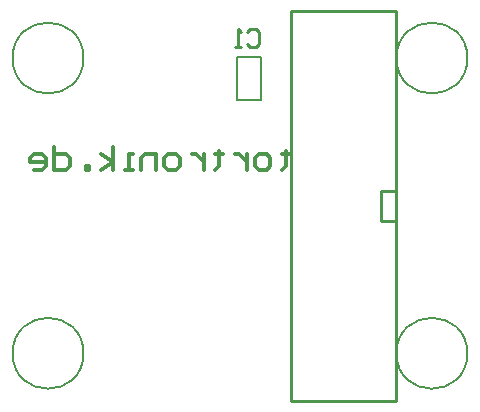
<source format=gbo>
%FSLAX25Y25*%
%MOIN*%
G70*
G01*
G75*
G04 Layer_Color=32896*
%ADD10C,0.01000*%
%ADD11C,0.06693*%
%ADD12C,0.19685*%
%ADD13C,0.04331*%
%ADD14C,0.05906*%
%ADD15C,0.08661*%
%ADD16C,0.03937*%
%ADD17R,0.05512X0.04331*%
%ADD18C,0.00787*%
%ADD19C,0.00984*%
%ADD20C,0.01181*%
%ADD21C,0.07493*%
%ADD22C,0.20485*%
%ADD23C,0.05131*%
%ADD24C,0.06706*%
%ADD25C,0.09461*%
%ADD26C,0.04737*%
%ADD27R,0.06312X0.05131*%
D10*
X317224Y230276D02*
X352067D01*
X317224D02*
Y348937D01*
X347146Y290276D02*
X352067D01*
X347146D02*
Y300276D01*
X352067D01*
Y230276D02*
Y348937D01*
X317224Y360276D02*
X349646D01*
X317224Y348937D02*
Y360276D01*
X349646D02*
X352067D01*
Y348937D02*
Y360276D01*
X302470Y353098D02*
X303469Y354098D01*
X305469D01*
X306469Y353098D01*
Y349100D01*
X305469Y348100D01*
X303469D01*
X302470Y349100D01*
X300470Y348100D02*
X298471D01*
X299471D01*
Y354098D01*
X300470Y353098D01*
D18*
X248031Y246063D02*
G03*
X248031Y246063I-11811J0D01*
G01*
X375984D02*
G03*
X375984Y246063I-11811J0D01*
G01*
Y344488D02*
G03*
X375984Y344488I-11811J0D01*
G01*
X248031D02*
G03*
X248031Y344488I-11811J0D01*
G01*
X299213Y331299D02*
Y332480D01*
Y344685D01*
X300787D01*
X307087D01*
Y335236D02*
Y344685D01*
Y330512D02*
Y335236D01*
X302362Y330512D02*
X307087D01*
X299213D02*
X302362D01*
X299213D02*
Y331299D01*
D20*
X315617Y313646D02*
Y312334D01*
X316929D01*
X314305D01*
X315617D01*
Y308399D01*
X314305Y307087D01*
X309058D02*
X306434D01*
X305122Y308399D01*
Y311022D01*
X306434Y312334D01*
X309058D01*
X310370Y311022D01*
Y308399D01*
X309058Y307087D01*
X302498Y312334D02*
Y307087D01*
Y309710D01*
X301186Y311022D01*
X299874Y312334D01*
X298562D01*
X293315Y313646D02*
Y312334D01*
X294627D01*
X292003D01*
X293315D01*
Y308399D01*
X292003Y307087D01*
X288067Y312334D02*
Y307087D01*
Y309710D01*
X286755Y311022D01*
X285443Y312334D01*
X284131D01*
X278884Y307087D02*
X276260D01*
X274948Y308399D01*
Y311022D01*
X276260Y312334D01*
X278884D01*
X280196Y311022D01*
Y308399D01*
X278884Y307087D01*
X272324D02*
Y312334D01*
X268388D01*
X267076Y311022D01*
Y307087D01*
X264453D02*
X261829D01*
X263141D01*
Y312334D01*
X264453D01*
X257893Y307087D02*
Y314958D01*
Y309710D02*
X253957Y312334D01*
X257893Y309710D02*
X253957Y307087D01*
X250022D02*
Y308399D01*
X248710D01*
Y307087D01*
X250022D01*
X238214Y314958D02*
Y307087D01*
X242150D01*
X243462Y308399D01*
Y311022D01*
X242150Y312334D01*
X238214D01*
X231655Y307087D02*
X234279D01*
X235591Y308399D01*
Y311022D01*
X234279Y312334D01*
X231655D01*
X230343Y311022D01*
Y309710D01*
X235591D01*
M02*

</source>
